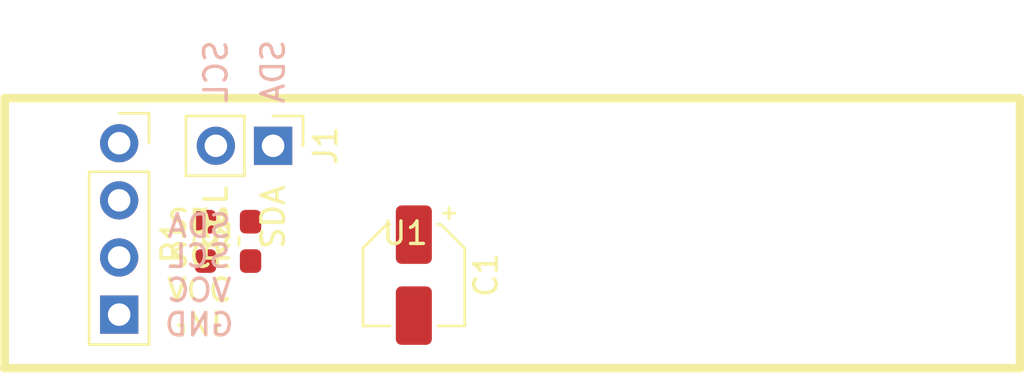
<source format=kicad_pcb>
(kicad_pcb (version 20171130) (host pcbnew 5.1.2-f72e74a~84~ubuntu18.04.1)

  (general
    (thickness 1.6)
    (drawings 0)
    (tracks 0)
    (zones 0)
    (modules 5)
    (nets 5)
  )

  (page A4)
  (layers
    (0 F.Cu signal)
    (31 B.Cu signal)
    (32 B.Adhes user)
    (33 F.Adhes user)
    (34 B.Paste user)
    (35 F.Paste user)
    (36 B.SilkS user)
    (37 F.SilkS user)
    (38 B.Mask user)
    (39 F.Mask user)
    (40 Dwgs.User user)
    (41 Cmts.User user)
    (42 Eco1.User user)
    (43 Eco2.User user)
    (44 Edge.Cuts user)
    (45 Margin user)
    (46 B.CrtYd user)
    (47 F.CrtYd user)
    (48 B.Fab user)
    (49 F.Fab user)
  )

  (setup
    (last_trace_width 0.25)
    (trace_clearance 0.2)
    (zone_clearance 0.508)
    (zone_45_only no)
    (trace_min 0.2)
    (via_size 0.8)
    (via_drill 0.4)
    (via_min_size 0.4)
    (via_min_drill 0.3)
    (uvia_size 0.3)
    (uvia_drill 0.1)
    (uvias_allowed no)
    (uvia_min_size 0.2)
    (uvia_min_drill 0.1)
    (edge_width 0.1)
    (segment_width 0.2)
    (pcb_text_width 0.3)
    (pcb_text_size 1.5 1.5)
    (mod_edge_width 0.15)
    (mod_text_size 1 1)
    (mod_text_width 0.15)
    (pad_size 1.524 1.524)
    (pad_drill 0.762)
    (pad_to_mask_clearance 0)
    (aux_axis_origin 0 0)
    (visible_elements FFFFFF7F)
    (pcbplotparams
      (layerselection 0x010fc_ffffffff)
      (usegerberextensions false)
      (usegerberattributes false)
      (usegerberadvancedattributes false)
      (creategerberjobfile false)
      (excludeedgelayer true)
      (linewidth 0.100000)
      (plotframeref false)
      (viasonmask false)
      (mode 1)
      (useauxorigin false)
      (hpglpennumber 1)
      (hpglpenspeed 20)
      (hpglpendiameter 15.000000)
      (psnegative false)
      (psa4output false)
      (plotreference true)
      (plotvalue true)
      (plotinvisibletext false)
      (padsonsilk false)
      (subtractmaskfromsilk false)
      (outputformat 1)
      (mirror false)
      (drillshape 1)
      (scaleselection 1)
      (outputdirectory ""))
  )

  (net 0 "")
  (net 1 GND)
  (net 2 Voled)
  (net 3 /SCL)
  (net 4 /SDA)

  (net_class Default "This is the default net class."
    (clearance 0.2)
    (trace_width 0.25)
    (via_dia 0.8)
    (via_drill 0.4)
    (uvia_dia 0.3)
    (uvia_drill 0.1)
    (add_net /SCL)
    (add_net /SDA)
    (add_net GND)
    (add_net Voled)
  )

  (module footprint-lib:SSD1306_OLED-0.91-128x32_4pin (layer F.Cu) (tedit 5CF37221) (tstamp 5CF40DE0)
    (at 26.9155 60.3855)
    (descr "Through hole straight socket strip, 1x04, 2.54mm pitch, single row (from Kicad 4.0.7), script generated")
    (tags "OLED SSD1306 12832")
    (path /5D09D217)
    (fp_text reference U1 (at 12.7 0) (layer F.SilkS)
      (effects (font (size 1 1) (thickness 0.15)))
    )
    (fp_text value SSD1306-OLED-I2C (at 17 -4) (layer F.Fab)
      (effects (font (size 1 1) (thickness 0.15)))
    )
    (fp_text user SCL (at 3.556 1.016) (layer B.SilkS)
      (effects (font (size 1 1) (thickness 0.15)) (justify mirror))
    )
    (fp_text user SDA (at 3.556 -0.318) (layer B.SilkS)
      (effects (font (size 1 1) (thickness 0.15)) (justify mirror))
    )
    (fp_text user GND (at 3.556 4.064) (layer B.SilkS)
      (effects (font (size 1 1) (thickness 0.15)) (justify mirror))
    )
    (fp_text user VCC (at 3.556 2.54) (layer B.SilkS)
      (effects (font (size 1 1) (thickness 0.15)) (justify mirror))
    )
    (fp_text user SDA (at 3.556 -0.508) (layer F.SilkS)
      (effects (font (size 1 1) (thickness 0.15)))
    )
    (fp_text user SCL (at 3.556 1.016) (layer F.SilkS)
      (effects (font (size 1 1) (thickness 0.15)))
    )
    (fp_text user VCC (at 3.556 2.54) (layer F.SilkS)
      (effects (font (size 1 1) (thickness 0.15)))
    )
    (fp_text user GND (at 3.556 4.064) (layer F.SilkS)
      (effects (font (size 1 1) (thickness 0.15)))
    )
    (fp_line (start -5.08 -6) (end 40 -6) (layer F.SilkS) (width 0.381))
    (fp_line (start 40 -6) (end 40 6) (layer F.SilkS) (width 0.381))
    (fp_line (start -5.1 6) (end 40 6) (layer F.SilkS) (width 0.381))
    (fp_line (start -5.08 6) (end -5.08 -6) (layer F.SilkS) (width 0.381))
    (fp_line (start -1.27 -5.27) (end 0.635 -5.27) (layer F.Fab) (width 0.1))
    (fp_line (start 0.635 -5.27) (end 1.27 -4.635) (layer F.Fab) (width 0.1))
    (fp_line (start 1.27 -4.635) (end 1.27 4.89) (layer F.Fab) (width 0.1))
    (fp_line (start 1.27 4.89) (end -1.27 4.89) (layer F.Fab) (width 0.1))
    (fp_line (start -1.27 4.89) (end -1.27 -5.27) (layer F.Fab) (width 0.1))
    (fp_line (start -1.33 -2.73) (end 1.33 -2.73) (layer F.SilkS) (width 0.12))
    (fp_line (start -1.33 -2.73) (end -1.33 4.95) (layer F.SilkS) (width 0.12))
    (fp_line (start -1.33 4.95) (end 1.33 4.95) (layer F.SilkS) (width 0.12))
    (fp_line (start 1.33 -2.73) (end 1.33 4.95) (layer F.SilkS) (width 0.12))
    (fp_line (start 1.33 -5.33) (end 1.33 -4) (layer F.SilkS) (width 0.12))
    (fp_line (start 0 -5.33) (end 1.33 -5.33) (layer F.SilkS) (width 0.12))
    (fp_line (start -1.8 -5.8) (end 1.75 -5.8) (layer F.CrtYd) (width 0.05))
    (fp_line (start 1.75 -5.8) (end 1.75 5.4) (layer F.CrtYd) (width 0.05))
    (fp_line (start 1.75 5.4) (end -1.8 5.4) (layer F.CrtYd) (width 0.05))
    (fp_line (start -1.8 5.4) (end -1.8 -5.8) (layer F.CrtYd) (width 0.05))
    (fp_text user %R (at 0 -0.19 90) (layer F.Fab)
      (effects (font (size 1 1) (thickness 0.15)))
    )
    (pad SDA thru_hole circle (at 0 -4) (size 1.7 1.7) (drill 1) (layers *.Cu *.Mask)
      (net 4 /SDA))
    (pad SCL thru_hole oval (at 0 -1.46) (size 1.7 1.7) (drill 1) (layers *.Cu *.Mask)
      (net 3 /SCL))
    (pad VCC thru_hole oval (at 0 1.08) (size 1.7 1.7) (drill 1) (layers *.Cu *.Mask)
      (net 2 Voled))
    (pad GND thru_hole rect (at 0 3.62) (size 1.7 1.7) (drill 1) (layers *.Cu *.Mask)
      (net 1 GND))
    (model ${KISYS3DMOD}/Connector_PinSocket_2.54mm.3dshapes/PinSocket_1x04_P2.54mm_Vertical.wrl
      (offset (xyz 0 4 0))
      (scale (xyz 1 1 1))
      (rotate (xyz 0 0 0))
    )
    (model /home/logic/_workspace/kicad/kicad_library/KiCad-SSD1306_OLED-0.91-128x32/OLED_0.91_128x32.stp
      (offset (xyz 17.5 0 10))
      (scale (xyz 1 1 1))
      (rotate (xyz 0 0 0))
    )
  )

  (module Resistor_SMD:R_0603_1608Metric_Pad1.05x0.95mm_HandSolder (layer F.Cu) (tedit 5B301BBD) (tstamp 5CF40DBC)
    (at 32.75 60.75 90)
    (descr "Resistor SMD 0603 (1608 Metric), square (rectangular) end terminal, IPC_7351 nominal with elongated pad for handsoldering. (Body size source: http://www.tortai-tech.com/upload/download/2011102023233369053.pdf), generated with kicad-footprint-generator")
    (tags "resistor handsolder")
    (path /5D09EC8C)
    (attr smd)
    (fp_text reference R2 (at 0 -1.43 90) (layer F.SilkS)
      (effects (font (size 1 1) (thickness 0.15)))
    )
    (fp_text value R472,0603 (at 0 1.43 90) (layer F.Fab)
      (effects (font (size 1 1) (thickness 0.15)))
    )
    (fp_text user %R (at 0 0 90) (layer F.Fab)
      (effects (font (size 0.4 0.4) (thickness 0.06)))
    )
    (fp_line (start 1.65 0.73) (end -1.65 0.73) (layer F.CrtYd) (width 0.05))
    (fp_line (start 1.65 -0.73) (end 1.65 0.73) (layer F.CrtYd) (width 0.05))
    (fp_line (start -1.65 -0.73) (end 1.65 -0.73) (layer F.CrtYd) (width 0.05))
    (fp_line (start -1.65 0.73) (end -1.65 -0.73) (layer F.CrtYd) (width 0.05))
    (fp_line (start -0.171267 0.51) (end 0.171267 0.51) (layer F.SilkS) (width 0.12))
    (fp_line (start -0.171267 -0.51) (end 0.171267 -0.51) (layer F.SilkS) (width 0.12))
    (fp_line (start 0.8 0.4) (end -0.8 0.4) (layer F.Fab) (width 0.1))
    (fp_line (start 0.8 -0.4) (end 0.8 0.4) (layer F.Fab) (width 0.1))
    (fp_line (start -0.8 -0.4) (end 0.8 -0.4) (layer F.Fab) (width 0.1))
    (fp_line (start -0.8 0.4) (end -0.8 -0.4) (layer F.Fab) (width 0.1))
    (pad 2 smd roundrect (at 0.875 0 90) (size 1.05 0.95) (layers F.Cu F.Paste F.Mask) (roundrect_rratio 0.25)
      (net 4 /SDA))
    (pad 1 smd roundrect (at -0.875 0 90) (size 1.05 0.95) (layers F.Cu F.Paste F.Mask) (roundrect_rratio 0.25)
      (net 2 Voled))
    (model ${KISYS3DMOD}/Resistor_SMD.3dshapes/R_0603_1608Metric.wrl
      (at (xyz 0 0 0))
      (scale (xyz 1 1 1))
      (rotate (xyz 0 0 0))
    )
  )

  (module Resistor_SMD:R_0603_1608Metric_Pad1.05x0.95mm_HandSolder (layer F.Cu) (tedit 5B301BBD) (tstamp 5CF40DAB)
    (at 30.75 60.75 90)
    (descr "Resistor SMD 0603 (1608 Metric), square (rectangular) end terminal, IPC_7351 nominal with elongated pad for handsoldering. (Body size source: http://www.tortai-tech.com/upload/download/2011102023233369053.pdf), generated with kicad-footprint-generator")
    (tags "resistor handsolder")
    (path /5D09E950)
    (attr smd)
    (fp_text reference R1 (at 0 -1.43 90) (layer F.SilkS)
      (effects (font (size 1 1) (thickness 0.15)))
    )
    (fp_text value R472,0603 (at 0 1.43 90) (layer F.Fab)
      (effects (font (size 1 1) (thickness 0.15)))
    )
    (fp_text user %R (at 0 0 90) (layer F.Fab)
      (effects (font (size 0.4 0.4) (thickness 0.06)))
    )
    (fp_line (start 1.65 0.73) (end -1.65 0.73) (layer F.CrtYd) (width 0.05))
    (fp_line (start 1.65 -0.73) (end 1.65 0.73) (layer F.CrtYd) (width 0.05))
    (fp_line (start -1.65 -0.73) (end 1.65 -0.73) (layer F.CrtYd) (width 0.05))
    (fp_line (start -1.65 0.73) (end -1.65 -0.73) (layer F.CrtYd) (width 0.05))
    (fp_line (start -0.171267 0.51) (end 0.171267 0.51) (layer F.SilkS) (width 0.12))
    (fp_line (start -0.171267 -0.51) (end 0.171267 -0.51) (layer F.SilkS) (width 0.12))
    (fp_line (start 0.8 0.4) (end -0.8 0.4) (layer F.Fab) (width 0.1))
    (fp_line (start 0.8 -0.4) (end 0.8 0.4) (layer F.Fab) (width 0.1))
    (fp_line (start -0.8 -0.4) (end 0.8 -0.4) (layer F.Fab) (width 0.1))
    (fp_line (start -0.8 0.4) (end -0.8 -0.4) (layer F.Fab) (width 0.1))
    (pad 2 smd roundrect (at 0.875 0 90) (size 1.05 0.95) (layers F.Cu F.Paste F.Mask) (roundrect_rratio 0.25)
      (net 3 /SCL))
    (pad 1 smd roundrect (at -0.875 0 90) (size 1.05 0.95) (layers F.Cu F.Paste F.Mask) (roundrect_rratio 0.25)
      (net 2 Voled))
    (model ${KISYS3DMOD}/Resistor_SMD.3dshapes/R_0603_1608Metric.wrl
      (at (xyz 0 0 0))
      (scale (xyz 1 1 1))
      (rotate (xyz 0 0 0))
    )
  )

  (module footprint-lib:I2C_DEBUG,2.54 (layer F.Cu) (tedit 5CF0BAFC) (tstamp 5CF40D9A)
    (at 33.75 56.5 270)
    (descr I2C_HEADER,2.54)
    (tags "I2C_HEADER,2.54 I2C_DEBUG,2.54")
    (path /5D459F93)
    (fp_text reference J1 (at 0 -2.33 90) (layer F.SilkS)
      (effects (font (size 1 1) (thickness 0.15)))
    )
    (fp_text value I2C_HEADER,2.54 (at 0 4.87 90) (layer F.Fab)
      (effects (font (size 1 1) (thickness 0.15)))
    )
    (fp_text user SDA (at -3.302 0 90) (layer B.SilkS)
      (effects (font (size 1 1) (thickness 0.15)) (justify mirror))
    )
    (fp_text user SCL (at -3.302 2.54 90) (layer B.SilkS)
      (effects (font (size 1 1) (thickness 0.15)) (justify mirror))
    )
    (fp_text user SCL (at 3.175 2.54 90) (layer F.SilkS)
      (effects (font (size 1 1) (thickness 0.15)))
    )
    (fp_text user SDA (at 3.175 0 90) (layer F.SilkS)
      (effects (font (size 1 1) (thickness 0.15)))
    )
    (fp_text user %R (at 0 1.27) (layer F.Fab)
      (effects (font (size 1 1) (thickness 0.15)))
    )
    (fp_line (start 1.8 -1.8) (end -1.8 -1.8) (layer F.CrtYd) (width 0.05))
    (fp_line (start 1.8 4.35) (end 1.8 -1.8) (layer F.CrtYd) (width 0.05))
    (fp_line (start -1.8 4.35) (end 1.8 4.35) (layer F.CrtYd) (width 0.05))
    (fp_line (start -1.8 -1.8) (end -1.8 4.35) (layer F.CrtYd) (width 0.05))
    (fp_line (start -1.33 -1.33) (end 0 -1.33) (layer F.SilkS) (width 0.12))
    (fp_line (start -1.33 0) (end -1.33 -1.33) (layer F.SilkS) (width 0.12))
    (fp_line (start -1.33 1.27) (end 1.33 1.27) (layer F.SilkS) (width 0.12))
    (fp_line (start 1.33 1.27) (end 1.33 3.87) (layer F.SilkS) (width 0.12))
    (fp_line (start -1.33 1.27) (end -1.33 3.87) (layer F.SilkS) (width 0.12))
    (fp_line (start -1.33 3.87) (end 1.33 3.87) (layer F.SilkS) (width 0.12))
    (fp_line (start -1.27 -0.635) (end -0.635 -1.27) (layer F.Fab) (width 0.1))
    (fp_line (start -1.27 3.81) (end -1.27 -0.635) (layer F.Fab) (width 0.1))
    (fp_line (start 1.27 3.81) (end -1.27 3.81) (layer F.Fab) (width 0.1))
    (fp_line (start 1.27 -1.27) (end 1.27 3.81) (layer F.Fab) (width 0.1))
    (fp_line (start -0.635 -1.27) (end 1.27 -1.27) (layer F.Fab) (width 0.1))
    (pad SCL thru_hole oval (at 0 2.54 270) (size 1.7 1.7) (drill 1) (layers *.Cu *.Mask)
      (net 3 /SCL))
    (pad SDA thru_hole rect (at 0 0 270) (size 1.7 1.7) (drill 1) (layers *.Cu *.Mask)
      (net 4 /SDA))
    (model ${KISYS3DMOD}/Connector_PinHeader_2.54mm.3dshapes/PinHeader_1x02_P2.54mm_Vertical.wrl
      (at (xyz 0 0 0))
      (scale (xyz 1 1 1))
      (rotate (xyz 0 0 0))
    )
  )

  (module Capacitor_SMD:CP_Elec_4x5.3 (layer F.Cu) (tedit 5BCA39CF) (tstamp 5CF40D80)
    (at 40 62.25 270)
    (descr "SMD capacitor, aluminum electrolytic, Vishay, 4.0x5.3mm")
    (tags "capacitor electrolytic")
    (path /5D619F23)
    (attr smd)
    (fp_text reference C1 (at 0 -3.2 90) (layer F.SilkS)
      (effects (font (size 1 1) (thickness 0.15)))
    )
    (fp_text value CP10uf,16V (at 0 3.2 90) (layer F.Fab)
      (effects (font (size 1 1) (thickness 0.15)))
    )
    (fp_text user %R (at 0 0 90) (layer F.Fab)
      (effects (font (size 0.8 0.8) (thickness 0.12)))
    )
    (fp_line (start -3.35 1.05) (end -2.4 1.05) (layer F.CrtYd) (width 0.05))
    (fp_line (start -3.35 -1.05) (end -3.35 1.05) (layer F.CrtYd) (width 0.05))
    (fp_line (start -2.4 -1.05) (end -3.35 -1.05) (layer F.CrtYd) (width 0.05))
    (fp_line (start -2.4 1.05) (end -2.4 1.25) (layer F.CrtYd) (width 0.05))
    (fp_line (start -2.4 -1.25) (end -2.4 -1.05) (layer F.CrtYd) (width 0.05))
    (fp_line (start -2.4 -1.25) (end -1.25 -2.4) (layer F.CrtYd) (width 0.05))
    (fp_line (start -2.4 1.25) (end -1.25 2.4) (layer F.CrtYd) (width 0.05))
    (fp_line (start -1.25 -2.4) (end 2.4 -2.4) (layer F.CrtYd) (width 0.05))
    (fp_line (start -1.25 2.4) (end 2.4 2.4) (layer F.CrtYd) (width 0.05))
    (fp_line (start 2.4 1.05) (end 2.4 2.4) (layer F.CrtYd) (width 0.05))
    (fp_line (start 3.35 1.05) (end 2.4 1.05) (layer F.CrtYd) (width 0.05))
    (fp_line (start 3.35 -1.05) (end 3.35 1.05) (layer F.CrtYd) (width 0.05))
    (fp_line (start 2.4 -1.05) (end 3.35 -1.05) (layer F.CrtYd) (width 0.05))
    (fp_line (start 2.4 -2.4) (end 2.4 -1.05) (layer F.CrtYd) (width 0.05))
    (fp_line (start -2.75 -1.81) (end -2.75 -1.31) (layer F.SilkS) (width 0.12))
    (fp_line (start -3 -1.56) (end -2.5 -1.56) (layer F.SilkS) (width 0.12))
    (fp_line (start -2.26 1.195563) (end -1.195563 2.26) (layer F.SilkS) (width 0.12))
    (fp_line (start -2.26 -1.195563) (end -1.195563 -2.26) (layer F.SilkS) (width 0.12))
    (fp_line (start -2.26 -1.195563) (end -2.26 -1.06) (layer F.SilkS) (width 0.12))
    (fp_line (start -2.26 1.195563) (end -2.26 1.06) (layer F.SilkS) (width 0.12))
    (fp_line (start -1.195563 2.26) (end 2.26 2.26) (layer F.SilkS) (width 0.12))
    (fp_line (start -1.195563 -2.26) (end 2.26 -2.26) (layer F.SilkS) (width 0.12))
    (fp_line (start 2.26 -2.26) (end 2.26 -1.06) (layer F.SilkS) (width 0.12))
    (fp_line (start 2.26 2.26) (end 2.26 1.06) (layer F.SilkS) (width 0.12))
    (fp_line (start -1.374773 -1.2) (end -1.374773 -0.8) (layer F.Fab) (width 0.1))
    (fp_line (start -1.574773 -1) (end -1.174773 -1) (layer F.Fab) (width 0.1))
    (fp_line (start -2.15 1.15) (end -1.15 2.15) (layer F.Fab) (width 0.1))
    (fp_line (start -2.15 -1.15) (end -1.15 -2.15) (layer F.Fab) (width 0.1))
    (fp_line (start -2.15 -1.15) (end -2.15 1.15) (layer F.Fab) (width 0.1))
    (fp_line (start -1.15 2.15) (end 2.15 2.15) (layer F.Fab) (width 0.1))
    (fp_line (start -1.15 -2.15) (end 2.15 -2.15) (layer F.Fab) (width 0.1))
    (fp_line (start 2.15 -2.15) (end 2.15 2.15) (layer F.Fab) (width 0.1))
    (fp_circle (center 0 0) (end 2 0) (layer F.Fab) (width 0.1))
    (pad 2 smd roundrect (at 1.8 0 270) (size 2.6 1.6) (layers F.Cu F.Paste F.Mask) (roundrect_rratio 0.15625)
      (net 1 GND))
    (pad 1 smd roundrect (at -1.8 0 270) (size 2.6 1.6) (layers F.Cu F.Paste F.Mask) (roundrect_rratio 0.15625)
      (net 2 Voled))
    (model ${KISYS3DMOD}/Capacitor_SMD.3dshapes/CP_Elec_4x5.3.wrl
      (at (xyz 0 0 0))
      (scale (xyz 1 1 1))
      (rotate (xyz 0 0 0))
    )
  )

)

</source>
